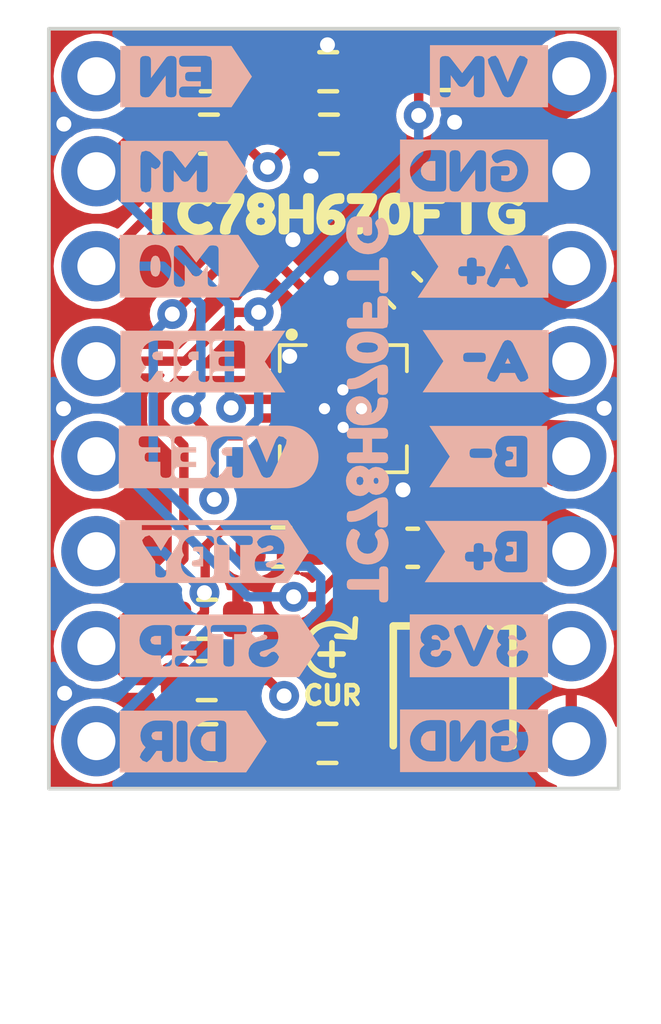
<source format=kicad_pcb>
(kicad_pcb (version 20221018) (generator pcbnew)
  (layers (0 "F.Cu" jumper) (1 "In1.Cu" signal) (2 "In2.Cu" signal) (31 "B.Cu" signal) (34 "B.Paste" user) (35 "F.Paste" user) (36 "B.SilkS" user "B.Silkscreen") (37 "F.SilkS" user "F.Silkscreen") (38 "B.Mask" user) (39 "F.Mask" user) (44 "Edge.Cuts" user))
  (net 0 "")
  (net 1 "DIR")
  (net 2 "MODE0")
  (net 3 "MODE1")
  (net 4 "STEP")
  (net 5 "VM")
  (net 6 "VREF")
  (net 7 "~{STBY}")
  (net 8 "3.3V")
  (net 9 "B-")
  (net 10 "B+")
  (net 11 "A+")
  (net 12 "A-")
  (net 13 "GND")
  (net 14 "ERR")
  (net 15 "EN")
  (net 16 "Net-(R1-Pad2)")
  (net 17 "Net-(U1-OSCM)")
  (footprint "SparkFun-Resistor:R_0603_1608Metric" (layer "F.Cu") (at 142.09 95.13 180)
    (fp_text reference "R2")
    (fp_text value "10k")
    (pad "1" smd roundrect (at -0.825 0 180) (size 0.8 0.95) (layers "F.Cu" "F.Paste" "F.Mask") (net 14 "ERR"))
    (pad "2" smd roundrect (at 0.825 0 180) (size 0.8 0.95) (layers "F.Cu" "F.Paste" "F.Mask") (net 15 "EN"))
  )
  (footprint "SparkFun-Capacitor:C_0603_1608Metric" (layer "F.Cu") (at 145.24 95.11)
    (fp_text reference "C3")
    (fp_text value "22nF")
    (pad "1" smd roundrect (at -0.775 0) (size 0.9 0.95) (layers "F.Cu" "F.Paste" "F.Mask") (net 14 "ERR"))
    (pad "2" smd roundrect (at 0.775 0) (size 0.9 0.95) (layers "F.Cu" "F.Paste" "F.Mask") (net 13 "GND"))
  )
  (footprint "SparkFun-Resistor:R_0603_1608Metric" (layer "F.Cu") (at 138.84 111.41 180)
    (fp_text reference "R5")
    (fp_text value "10k")
    (pad "1" smd roundrect (at -0.825 0 180) (size 0.8 0.95) (layers "F.Cu" "F.Paste" "F.Mask") (net 8 "3.3V"))
    (pad "2" smd roundrect (at 0.825 0 180) (size 0.8 0.95) (layers "F.Cu" "F.Paste" "F.Mask") (net 4 "STEP"))
  )
  (footprint "SparkFun-Capacitor:C_0603_1608Metric" (layer "F.Cu") (at 144.35 107.86)
    (fp_text reference "C1")
    (fp_text value "0.1uF")
    (pad "1" smd roundrect (at -0.775 0) (size 0.9 0.95) (layers "F.Cu" "F.Paste" "F.Mask") (net 6 "VREF"))
    (pad "2" smd roundrect (at 0.775 0) (size 0.9 0.95) (layers "F.Cu" "F.Paste" "F.Mask") (net 13 "GND"))
  )
  (footprint "SparkFun-Resistor:R_0603_1608Metric" (layer "F.Cu") (at 142.11 96.8)
    (fp_text reference "R7")
    (fp_text value "10k")
    (pad "1" smd roundrect (at -0.825 0) (size 0.8 0.95) (layers "F.Cu" "F.Paste" "F.Mask") (net 8 "3.3V"))
    (pad "2" smd roundrect (at 0.825 0) (size 0.8 0.95) (layers "F.Cu" "F.Paste" "F.Mask") (net 2 "MODE0"))
  )
  (footprint "SparkFun-Resistor:R_0603_1608Metric" (layer "F.Cu") (at 140.84 107.84 180)
    (fp_text reference "R3")
    (fp_text value "47k")
    (pad "1" smd roundrect (at -0.825 0 180) (size 0.8 0.95) (layers "F.Cu" "F.Paste" "F.Mask") (net 17 "Net-(U1-OSCM)"))
    (pad "2" smd roundrect (at 0.825 0 180) (size 0.8 0.95) (layers "F.Cu" "F.Paste" "F.Mask") (net 13 "GND"))
  )
  (footprint "SparkFun-Resistor:R_0603_1608Metric" (layer "F.Cu") (at 138.9 96.8 180)
    (fp_text reference "R6")
    (fp_text value "10k")
    (pad "1" smd roundrect (at -0.825 0 180) (size 0.8 0.95) (layers "F.Cu" "F.Paste" "F.Mask") (net 8 "3.3V"))
    (pad "2" smd roundrect (at 0.825 0 180) (size 0.8 0.95) (layers "F.Cu" "F.Paste" "F.Mask") (net 3 "MODE1"))
  )
  (footprint "SparkFun-Capacitor:C_0603_1608Metric" (layer "F.Cu") (at 144.110793 100.975018 -45)
    (fp_text reference "C2")
    (fp_text value "0.1uF")
    (pad "1" smd roundrect (at -0.775 0 315) (size 0.9 0.95) (layers "F.Cu" "F.Paste" "F.Mask") (net 5 "VM"))
    (pad "2" smd roundrect (at 0.775 0 315) (size 0.9 0.95) (layers "F.Cu" "F.Paste" "F.Mask") (net 13 "GND"))
  )
  (footprint "SparkFun-Resistor:R_0603_1608Metric" (layer "F.Cu") (at 138.85 109.77)
    (fp_text reference "R8")
    (fp_text value "10k")
    (pad "1" smd roundrect (at -0.825 0) (size 0.8 0.95) (layers "F.Cu" "F.Paste" "F.Mask") (net 7 "~{STBY}"))
    (pad "2" smd roundrect (at 0.825 0) (size 0.8 0.95) (layers "F.Cu" "F.Paste" "F.Mask") (net 13 "GND"))
  )
  (footprint "SparkFun-Resistor:TRIMPOT-SMD-3MM-CLOSED" (layer "F.Cu") (at 145.43 111.55)
    (fp_text reference "RV1")
    (fp_text value "10K")
    (pad "1" smd rect (at -0.85 1.65) (size 1 0.9) (layers "F.Cu" "F.Paste" "F.Mask") (net 16 "Net-(R1-Pad2)"))
    (pad "2" smd rect (at 0 -1.65) (size 1.1 0.9) (layers "F.Cu" "F.Paste" "F.Mask") (net 6 "VREF"))
    (pad "3" smd rect (at 0.85 1.65) (size 1 0.9) (layers "F.Cu" "F.Paste" "F.Mask") (net 13 "GND"))
  )
  (footprint "SparkFun-IC-Special-Function:P-VQFN16-0303-0.50-001" (layer "F.Cu") (at 141.744 102.64)
    (fp_text reference "U1")
    (fp_text value "~")
    (pad "1" smd roundrect (at 0 0) (size 0.255 0.85) (layers "F.Cu" "F.Mask") (net 1 "DIR"))
    (pad "2" smd roundrect (at 0.5 0) (size 0.255 0.85) (layers "F.Cu" "F.Mask") (net 13 "GND"))
    (pad "3" smd roundrect (at 1 0) (size 0.255 0.85) (layers "F.Cu" "F.Mask") (net 5 "VM"))
    (pad "4" smd roundrect (at 1.5 0) (size 0.255 0.85) (layers "F.Cu" "F.Mask") (net 13 "GND"))
    (pad "5" smd roundrect (at 2.25 0.75 90) (size 0.255 0.85) (layers "F.Cu" "F.Mask") (net 11 "A+"))
    (pad "6" smd roundrect (at 2.25 1.25 90) (size 0.255 0.85) (layers "F.Cu" "F.Mask") (net 12 "A-"))
    (pad "7" smd roundrect (at 2.25 1.75 90) (size 0.255 0.85) (layers "F.Cu" "F.Mask") (net 9 "B-"))
    (pad "8" smd roundrect (at 2.25 2.25 90) (size 0.255 0.85) (layers "F.Cu" "F.Mask") (net 10 "B+"))
    (pad "9" smd roundrect (at 1.5 3) (size 0.255 0.85) (layers "F.Cu" "F.Mask") (net 13 "GND"))
    (pad "10" smd roundrect (at 1 3) (size 0.255 0.85) (layers "F.Cu" "F.Mask") (net 6 "VREF"))
    (pad "11" smd roundrect (at 0.5 3) (size 0.255 0.85) (layers "F.Cu" "F.Mask") (net 17 "Net-(U1-OSCM)"))
    (pad "12" smd roundrect (at 0 3) (size 0.255 0.85) (layers "F.Cu" "F.Mask") (net 7 "~{STBY}"))
    (pad "13" smd roundrect (at -0.75 2.25 90) (size 0.255 0.85) (layers "F.Cu" "F.Mask") (net 14 "ERR"))
    (pad "14" smd roundrect (at -0.75 1.75 90) (size 0.255 0.85) (layers "F.Cu" "F.Mask") (net 2 "MODE0"))
    (pad "15" smd roundrect (at -0.75 1.25 90) (size 0.255 0.85) (layers "F.Cu" "F.Mask") (net 3 "MODE1"))
    (pad "16" smd roundrect (at -0.75 0.75 90) (size 0.255 0.85) (layers "F.Cu" "F.Mask") (net 4 "STEP"))
    (pad "17" smd roundrect (at 0.75 1.5 270) (size 1.64 1.64) (layers "F.Cu" "F.Mask") (roundrect_rratio 0) (chamfer_ratio 0.15) (chamfer top_left) (net 13 "GND"))
  )
  (footprint "SparkFun-Connector:1X08" (layer "F.Cu") (at 148.59 95.25 -90)
    (fp_text reference "J2")
    (fp_text value "Conn_01x08")
    (pad "1" thru_hole circle (at 0 0) (size 1.8796 1.8796) (drill 1.016) (layers "*.Cu" "*.Mask") (net 5 "VM"))
    (pad "2" thru_hole circle (at 2.54 0 315) (size 1.8796 1.8796) (drill 1.016) (layers "*.Cu" "*.Mask") (net 13 "GND"))
    (pad "3" thru_hole circle (at 5.08 0) (size 1.8796 1.8796) (drill 1.016) (layers "*.Cu" "*.Mask") (net 11 "A+"))
    (pad "4" thru_hole circle (at 7.62 0) (size 1.8796 1.8796) (drill 1.016) (layers "*.Cu" "*.Mask") (net 12 "A-"))
    (pad "5" thru_hole circle (at 10.16 0) (size 1.8796 1.8796) (drill 1.016) (layers "*.Cu" "*.Mask") (net 9 "B-"))
    (pad "6" thru_hole circle (at 12.7 0) (size 1.8796 1.8796) (drill 1.016) (layers "*.Cu" "*.Mask") (net 10 "B+"))
    (pad "7" thru_hole circle (at 15.24 0 315) (size 1.8796 1.8796) (drill 1.016) (layers "*.Cu" "*.Mask") (net 8 "3.3V"))
    (pad "8" thru_hole circle (at 17.78 0 315) (size 1.8796 1.8796) (drill 1.016) (layers "*.Cu" "*.Mask") (net 13 "GND"))
  )
  (footprint "SparkFun-Resistor:R_0603_1608Metric" (layer "F.Cu") (at 142.07 113.09)
    (fp_text reference "R1")
    (fp_text value "8.2k")
    (pad "1" smd roundrect (at -0.825 0) (size 0.8 0.95) (layers "F.Cu" "F.Paste" "F.Mask") (net 8 "3.3V"))
    (pad "2" smd roundrect (at 0.825 0) (size 0.8 0.95) (layers "F.Cu" "F.Paste" "F.Mask") (net 16 "Net-(R1-Pad2)"))
  )
  (footprint "SparkFun-Resistor:R_0603_1608Metric" (layer "F.Cu") (at 138.92 95.13 180)
    (fp_text reference "R9")
    (fp_text value "10k")
    (pad "1" smd roundrect (at -0.825 0 180) (size 0.8 0.95) (layers "F.Cu" "F.Paste" "F.Mask") (net 15 "EN"))
    (pad "2" smd roundrect (at 0.825 0 180) (size 0.8 0.95) (layers "F.Cu" "F.Paste" "F.Mask") (net 13 "GND"))
  )
  (footprint "SparkFun-Resistor:R_0603_1608Metric" (layer "F.Cu") (at 138.86 113.1 180)
    (fp_text reference "R4")
    (fp_text value "10k")
    (pad "1" smd roundrect (at -0.825 0 180) (size 0.8 0.95) (layers "F.Cu" "F.Paste" "F.Mask") (net 8 "3.3V"))
    (pad "2" smd roundrect (at 0.825 0 180) (size 0.8 0.95) (layers "F.Cu" "F.Paste" "F.Mask") (net 1 "DIR"))
  )
  (footprint "kibuzzard-65CFAE6E" (layer "F.Cu") (at 142.2 98.93)
    (fp_text reference "kibuzzard-65CFAE6E" hide)
    (fp_text value "G***" hide)
  )
  (footprint "SparkFun-Connector:1X08" (layer "F.Cu") (at 135.89 95.25 -90)
    (fp_text reference "J1")
    (fp_text value "Conn_01x08")
    (pad "1" thru_hole circle (at 0 0) (size 1.8796 1.8796) (drill 1.016) (layers "*.Cu" "*.Mask") (net 15 "EN"))
    (pad "2" thru_hole circle (at 2.54 0) (size 1.8796 1.8796) (drill 1.016) (layers "*.Cu" "*.Mask") (net 3 "MODE1"))
    (pad "3" thru_hole circle (at 5.08 0) (size 1.8796 1.8796) (drill 1.016) (layers "*.Cu" "*.Mask") (net 2 "MODE0"))
    (pad "4" thru_hole circle (at 7.62 0) (size 1.8796 1.8796) (drill 1.016) (layers "*.Cu" "*.Mask") (net 14 "ERR"))
    (pad "5" thru_hole circle (at 10.16 0) (size 1.8796 1.8796) (drill 1.016) (layers "*.Cu" "*.Mask") (net 6 "VREF"))
    (pad "6" thru_hole circle (at 12.7 0) (size 1.8796 1.8796) (drill 1.016) (layers "*.Cu" "*.Mask") (net 7 "~{STBY}"))
    (pad "7" thru_hole circle (at 15.24 0) (size 1.8796 1.8796) (drill 1.016) (layers "*.Cu" "*.Mask") (net 4 "STEP"))
    (pad "8" thru_hole circle (at 17.78 0) (size 1.8796 1.8796) (drill 1.016) (layers "*.Cu" "*.Mask") (net 1 "DIR"))
  )
  (footprint "kibuzzard-65CFAB5A" (layer "B.Cu") (at 146.3 102.87 180)
    (fp_text reference "kibuzzard-65CFAB5A" hide)
    (fp_text value "G***" hide)
  )
  (footprint "kibuzzard-65CFAC13" (layer "B.Cu") (at 138.29 95.26 180)
    (fp_text reference "kibuzzard-65CFAC13" hide)
    (fp_text value "G***" hide)
  )
  (footprint "kibuzzard-65CFAD2C" (layer "B.Cu") (at 139.04 107.96 180)
    (fp_text reference "kibuzzard-65CFAD2C" hide)
    (fp_text value "G***" hide)
  )
  (footprint "kibuzzard-65CFAD5D" (layer "B.Cu") (at 139.19 110.48 180)
    (fp_text reference "kibuzzard-65CFAD5D" hide)
    (fp_text value "G***" hide)
  )
  (footprint "kibuzzard-65CFAB85" (layer "B.Cu") (at 146.31 107.96 180)
    (fp_text reference "kibuzzard-65CFAB85" hide)
    (fp_text value "G***" hide)
  )
  (footprint "kibuzzard-65CFAAF8" (layer "B.Cu") (at 146.12 110.48 180)
    (fp_text reference "kibuzzard-65CFAAF8" hide)
    (fp_text value "G***" hide)
  )
  (footprint "kibuzzard-65CFAA33" (layer "B.Cu") (at 145.99 113.02 180)
    (fp_text reference "kibuzzard-65CFAA33" hide)
    (fp_text value "G***" hide)
  )
  (footprint "kibuzzard-65CFAC2F" (layer "B.Cu") (at 138.24 97.8 180)
    (fp_text reference "kibuzzard-65CFAC2F" hide)
    (fp_text value "G***" hide)
  )
  (footprint "kibuzzard-65CFAC42" (layer "B.Cu") (at 138.38 100.33 180)
    (fp_text reference "kibuzzard-65CFAC42" hide)
    (fp_text value "G***" hide)
  )
  (footprint "kibuzzard-65CFAC9C" (layer "B.Cu") (at 139.16 105.43 180)
    (fp_text reference "kibuzzard-65CFAC9C" hide)
    (fp_text value "G***" hide)
  )
  (footprint "kibuzzard-65CFAE6E" (layer "B.Cu") (at 143.14 104.16 90)
    (fp_text reference "kibuzzard-65CFAE6E" hide)
    (fp_text value "G***" hide)
  )
  (footprint "kibuzzard-65CFAA33" (layer "B.Cu") (at 145.99 97.78 180)
    (fp_text reference "kibuzzard-65CFAA33" hide)
    (fp_text value "G***" hide)
  )
  (footprint "kibuzzard-65CFAA22" (layer "B.Cu") (at 146.39 95.25 180)
    (fp_text reference "kibuzzard-65CFAA22" hide)
    (fp_text value "G***" hide)
  )
  (footprint "kibuzzard-65CFAE3D" (layer "B.Cu") (at 146.23 100.34 180)
    (fp_text reference "kibuzzard-65CFAE3D" hide)
    (fp_text value "G***" hide)
  )
  (footprint "kibuzzard-65CFAC5D" (layer "B.Cu") (at 138.74 102.88 180)
    (fp_text reference "kibuzzard-65CFAC5D" hide)
    (fp_text value "G***" hide)
  )
  (footprint "kibuzzard-65CFAB77" (layer "B.Cu") (at 146.37 105.42 180)
    (fp_text reference "kibuzzard-65CFAB77" hide)
    (fp_text value "G***" hide)
  )
  (footprint "kibuzzard-65CFAD73" (layer "B.Cu") (at 138.48 113.04 180)
    (fp_text reference "kibuzzard-65CFAD73" hide)
    (fp_text value "G***" hide)
  )
  (gr_line (start 141.87 110.7) (end 142.49 110.7) (stroke (width 0.15)) (layer "F.SilkS"))
  (gr_arc (start 142.24 111.269999) (mid 141.570143 110.251713) (end 142.789 110.250125) (stroke (width 0.15)) (layer "F.SilkS"))
  (gr_line (start 142.19 111.01) (end 142.19 110.4) (stroke (width 0.15)) (layer "F.SilkS"))
  (gr_line (start 142.789 110.250125) (end 142.32 110.22) (stroke (width 0.15)) (layer "F.SilkS"))
  (gr_line (start 142.789 110.250125) (end 142.82 109.76) (stroke (width 0.15)) (layer "F.SilkS"))
  (gr_rect (start 134.62 93.98) (end 149.86 114.3) (stroke (width 0.1)) (fill none) (layer "Edge.Cuts"))
  (gr_text "CUR" (at 141.36 112.1) (layer "F.SilkS") (effects (font (size 0.5 0.5) (thickness 0.125) bold) (justify left bottom)))
  (segment (start 137.92 101.61) (end 139.33 100.2) (width 0.25) (layer "F.Cu") (net 1))
  (segment (start 141.744 101.244) (end 141.744 102.64) (width 0.25) (layer "F.Cu") (net 1))
  (segment (start 137.965 113.03) (end 138.035 113.1) (width 0.25) (layer "F.Cu") (net 1))
  (segment (start 139.33 100.2) (end 140.7 100.2) (width 0.25) (layer "F.Cu") (net 1))
  (segment (start 140.7 100.2) (end 141.744 101.244) (width 0.25) (layer "F.Cu") (net 1))
  (segment (start 135.89 113.03) (end 137.965 113.03) (width 0.25) (layer "F.Cu") (net 1))
  (via (at 137.92 101.61) (size 0.8) (drill 0.4) (layers "F.Cu" "B.Cu") (net 1))
  (segment (start 141.57 108.35) (end 141.89 108.67) (width 0.25) (layer "B.Cu") (net 1))
  (segment (start 138.94 109.98) (end 135.89 113.03) (width 0.25) (layer "B.Cu") (net 1))
  (segment (start 141.89 109.48) (end 141.39 109.98) (width 0.25) (layer "B.Cu") (net 1))
  (segment (start 137.92 101.61) (end 137.41 102.12) (width 0.25) (layer "B.Cu") (net 1))
  (segment (start 141.39 109.98) (end 138.94 109.98) (width 0.25) (layer "B.Cu") (net 1))
  (segment (start 137.41 105.96) (end 139.8 108.35) (width 0.25) (layer "B.Cu") (net 1))
  (segment (start 139.8 108.35) (end 141.57 108.35) (width 0.25) (layer "B.Cu") (net 1))
  (segment (start 137.41 102.12) (end 137.41 105.96) (width 0.25) (layer "B.Cu") (net 1))
  (segment (start 141.89 108.67) (end 141.89 109.48) (width 0.25) (layer "B.Cu") (net 1))
  (segment (start 139.769552 104.865) (end 140.244552 104.39) (width 0.25) (layer "F.Cu") (net 2))
  (segment (start 142.935 96.8) (end 142.935 97.655) (width 0.25) (layer "F.Cu") (net 2))
  (segment (start 141.76 98.83) (end 137.43 98.83) (width 0.25) (layer "F.Cu") (net 2))
  (segment (start 140.244552 104.39) (end 140.994 104.39) (width 0.25) (layer "F.Cu") (net 2))
  (segment (start 138.995 104.865) (end 139.769552 104.865) (width 0.25) (layer "F.Cu") (net 2))
  (segment (start 142.935 97.655) (end 141.76 98.83) (width 0.25) (layer "F.Cu") (net 2))
  (segment (start 137.43 98.83) (end 135.93 100.33) (width 0.25) (layer "F.Cu") (net 2))
  (segment (start 135.93 100.33) (end 135.89 100.33) (width 0.25) (layer "F.Cu") (net 2))
  (segment (start 138.297653 104.167653) (end 138.995 104.865) (width 0.25) (layer "F.Cu") (net 2))
  (via (at 138.297653 104.167653) (size 0.8) (drill 0.4) (layers "F.Cu" "B.Cu") (net 2))
  (segment (start 138.684 103.781306) (end 138.684 101.346) (width 0.25) (layer "B.Cu") (net 2))
  (segment (start 138.297653 104.167653) (end 138.684 103.781306) (width 0.25) (layer "B.Cu") (net 2))
  (segment (start 138.684 101.346) (end 137.668 100.33) (width 0.25) (layer "B.Cu") (net 2))
  (segment (start 137.668 100.33) (end 135.89 100.33) (width 0.25) (layer "B.Cu") (net 2))
  (segment (start 136.88 96.8) (end 135.89 97.79) (width 0.25) (layer "F.Cu") (net 3))
  (segment (start 138.075 96.8) (end 136.88 96.8) (width 0.25) (layer "F.Cu") (net 3))
  (segment (start 139.492161 104.117086) (end 139.719247 103.89) (width 0.25) (layer "F.Cu") (net 3))
  (segment (start 139.719247 103.89) (end 140.994 103.89) (width 0.25) (layer "F.Cu") (net 3))
  (via (at 139.492161 104.117086) (size 0.8) (drill 0.4) (layers "F.Cu" "B.Cu") (net 3))
  (segment (start 139.492161 104.117086) (end 139.446 104.070925) (width 0.25) (layer "B.Cu") (net 3))
  (segment (start 139.446 104.070925) (end 139.446 101.356) (width 0.25) (layer "B.Cu") (net 3))
  (segment (start 135.89 97.8) (end 135.89 97.79) (width 0.25) (layer "B.Cu") (net 3))
  (segment (start 139.446 101.356) (end 135.89 97.8) (width 0.25) (layer "B.Cu") (net 3))
  (segment (start 138.23 105.125305) (end 137.572653 104.467958) (width 0.25) (layer "F.Cu") (net 4))
  (segment (start 135.89 110.49) (end 136.81 111.41) (width 0.25) (layer "F.Cu") (net 4))
  (segment (start 136.81 111.41) (end 138.015 111.41) (width 0.25) (layer "F.Cu") (net 4))
  (segment (start 137.572653 103.867347) (end 138.05 103.39) (width 0.25) (layer "F.Cu") (net 4))
  (segment (start 138.23 108.15) (end 138.23 105.125305) (width 0.25) (layer "F.Cu") (net 4))
  (segment (start 135.89 110.49) (end 138.23 108.15) (width 0.25) (layer "F.Cu") (net 4))
  (segment (start 137.572653 104.467958) (end 137.572653 103.867347) (width 0.25) (layer "F.Cu") (net 4))
  (segment (start 138.05 103.39) (end 140.994 103.39) (width 0.25) (layer "F.Cu") (net 4))
  (segment (start 143.575 108.045) (end 145.43 109.9) (width 0.25) (layer "F.Cu") (net 6))
  (segment (start 141.165 109.17) (end 141.773411 109.17) (width 0.25) (layer "F.Cu") (net 6))
  (segment (start 141.773411 109.17) (end 142.744 108.199411) (width 0.25) (layer "F.Cu") (net 6))
  (segment (start 142.744 108.199411) (end 142.744 107.86) (width 0.25) (layer "F.Cu") (net 6))
  (segment (start 143.575 107.855) (end 143.575 107.86) (width 0.25) (layer "F.Cu") (net 6))
  (segment (start 142.744 105.64) (end 142.744 107.86) (width 0.25) (layer "F.Cu") (net 6))
  (segment (start 143.575 107.86) (end 142.744 107.86) (width 0.25) (layer "F.Cu") (net 6))
  (segment (start 143.575 107.86) (end 143.575 108.045) (width 0.25) (layer "F.Cu") (net 6))
  (via (at 141.165 109.17) (size 0.8) (drill 0.4) (layers "F.Cu" "B.Cu") (net 6))
  (segment (start 136.19 105.41) (end 135.89 105.41) (width 0.25) (layer "B.Cu") (net 6))
  (segment (start 139.95 109.17) (end 136.19 105.41) (width 0.25) (layer "B.Cu") (net 6))
  (segment (start 141.165 109.17) (end 139.95 109.17) (width 0.25) (layer "B.Cu") (net 6))
  (segment (start 139.651995 106.98) (end 141.13 106.98) (width 0.25) (layer "F.Cu") (net 7))
  (segment (start 138.59 109.77) (end 138.025 109.77) (width 0.25) (layer "F.Cu") (net 7))
  (segment (start 138.78 109.06) (end 138.8 109.04) (width 0.25) (layer "F.Cu") (net 7))
  (segment (start 141.13 106.98) (end 141.744 106.366) (width 0.25) (layer "F.Cu") (net 7))
  (segment (start 138.8 107.831995) (end 139.651995 106.98) (width 0.25) (layer "F.Cu") (net 7))
  (segment (start 141.744 106.366) (end 141.744 105.64) (width 0.25) (layer "F.Cu") (net 7))
  (segment (start 138.8 109.04) (end 138.8 107.831995) (width 0.25) (layer "F.Cu") (net 7))
  (segment (start 138.78 109.06) (end 138.78 109.58) (width 0.25) (layer "F.Cu") (net 7))
  (segment (start 138.78 109.58) (end 138.59 109.77) (width 0.25) (layer "F.Cu") (net 7))
  (via (at 138.78 109.06) (size 0.8) (drill 0.4) (layers "F.Cu" "B.Cu") (net 7))
  (segment (start 137.67 107.95) (end 135.89 107.95) (width 0.25) (layer "B.Cu") (net 7))
  (segment (start 138.78 109.06) (end 137.67 107.95) (width 0.25) (layer "B.Cu") (net 7))
  (segment (start 141.285 96.8) (end 141.285 96.865) (width 0.25) (layer "F.Cu") (net 8))
  (segment (start 141.235 113.1) (end 141.245 113.09) (width 0.25) (layer "F.Cu") (net 8))
  (segment (start 139.735 96.81) (end 139.725 96.8) (width 0.25) (layer "F.Cu") (net 8))
  (segment (start 141.285 96.865) (end 140.47 97.68) (width 0.25) (layer "F.Cu") (net 8))
  (segment (start 140.5 111.41) (end 139.665 111.41) (width 0.25) (layer "F.Cu") (net 8))
  (segment (start 139.685 113.1) (end 141.235 113.1) (width 0.25) (layer "F.Cu") (net 8))
  (segment (start 140.47 97.68) (end 139.735 96.945) (width 0.25) (layer "F.Cu") (net 8))
  (segment (start 140.91 111.82) (end 140.5 111.41) (width 0.25) (layer "F.Cu") (net 8))
  (segment (start 139.735 96.945) (end 139.735 96.81) (width 0.25) (layer "F.Cu") (net 8))
  (segment (start 139.685 113.1) (end 139.685 111.43) (width 0.25) (layer "F.Cu") (net 8))
  (segment (start 139.685 111.43) (end 139.665 111.41) (width 0.25) (layer "F.Cu") (net 8))
  (via (at 140.91 111.82) (size 0.8) (drill 0.4) (layers "F.Cu" "B.Cu") (net 8))
  (via (at 140.47 97.68) (size 0.8) (drill 0.4) (layers "F.Cu" "B.Cu") (net 8))
  (via (at 145.47 96.48) (size 0.8) (drill 0.4) (layers "F.Cu" "B.Cu") (net 13))
  (via (at 141.1465 99.621194) (size 0.8) (drill 0.4) (layers "F.Cu" "B.Cu") (net 13))
  (via (at 135.02 96.53) (size 0.8) (drill 0.4) (layers "F.Cu" "B.Cu") (net 13))
  (via (at 149.47 104.13) (size 0.8) (drill 0.4) (layers "F.Cu" "B.Cu") (net 13))
  (via (at 141.99 104.14) (size 0.6) (drill 0.3) (layers "F.Cu" "B.Cu") (net 13))
  (via (at 142.07 94.41) (size 0.8) (drill 0.4) (layers "F.Cu" "B.Cu") (net 13))
  (via (at 142.49 104.64) (size 0.6) (drill 0.3) (layers "F.Cu" "B.Cu") (net 13))
  (via (at 135.04 111.75) (size 0.8) (drill 0.4) (layers "F.Cu" "B.Cu") (net 13))
  (via (at 144.09 106.31) (size 0.8) (drill 0.4) (layers "F.Cu" "B.Cu") (net 13))
  (via (at 142.482054 103.635722) (size 0.6) (drill 0.3) (layers "F.Cu" "B.Cu") (net 13))
  (via (at 141.06 102.74) (size 0.8) (drill 0.4) (layers "F.Cu" "B.Cu") (net 13))
  (via (at 141.63 97.92) (size 0.8) (drill 0.4) (layers "F.Cu" "B.Cu") (net 13))
  (via (at 142.98 104.14) (size 0.6) (drill 0.3) (layers "F.Cu" "B.Cu") (net 13))
  (via (at 142.171806 100.6465) (size 0.8) (drill 0.4) (layers "F.Cu" "B.Cu") (net 13))
  (via (at 135.01 104.14) (size 0.8) (drill 0.4) (layers "F.Cu" "B.Cu") (net 13))
  (segment (start 138.26 102.87) (end 139.18 101.95) (width 0.25) (layer "F.Cu") (net 14))
  (segment (start 139.18 101.95) (end 139.567 101.563) (width 0.25) (layer "F.Cu") (net 14))
  (segment (start 139.567 101.563) (end 140.23 101.563) (width 0.25) (layer "F.Cu") (net 14))
  (segment (start 139.040709 106.249291) (end 140.4 104.89) (width 0.25) (layer "F.Cu") (net 14))
  (segment (start 144.445 95.13) (end 144.465 95.11) (width 0.25) (layer "F.Cu") (net 14))
  (segment (start 144.51 96.3) (end 144.51 95.155) (width 0.25) (layer "F.Cu") (net 14))
  (segment (start 135.89 102.87) (end 138.26 102.87) (width 0.25) (layer "F.Cu") (net 14))
  (segment (start 139.040709 106.565981) (end 139.040709 106.249291) (width 0.25) (layer "F.Cu") (net 14))
  (segment (start 144.51 95.155) (end 144.465 95.11) (width 0.25) (layer "F.Cu") (net 14))
  (segment (start 140.4 104.89) (end 140.994 104.89) (width 0.25) (layer "F.Cu") (net 14))
  (segment (start 142.915 95.13) (end 144.445 95.13) (width 0.25) (layer "F.Cu") (net 14))
  (via (at 140.23 101.563) (size 0.8) (drill 0.4) (layers "F.Cu" "B.Cu") (net 14))
  (via (at 144.51 96.3) (size 0.8) (drill 0.4) (layers "F.Cu" "B.Cu") (net 14))
  (via (at 139.040709 106.565981) (size 0.8) (drill 0.4) (layers "F.Cu" "B.Cu") (net 14))
  (segment (start 139.040709 105.169291) (end 139.367914 104.842086) (width 0.25) (layer "B.Cu") (net 14))
  (segment (start 144.51 97.283) (end 140.23 101.563) (width 0.25) (layer "B.Cu") (net 14))
  (segment (start 139.792466 104.842086) (end 140.23 104.404552) (width 0.25) (layer "B.Cu") (net 14))
  (segment (start 140.23 104.404552) (end 140.23 101.563) (width 0.25) (layer "B.Cu") (net 14))
  (segment (start 139.040709 106.565981) (end 139.040709 105.169291) (width 0.25) (layer "B.Cu") (net 14))
  (segment (start 144.51 96.3) (end 144.51 97.283) (width 0.25) (layer "B.Cu") (net 14))
  (segment (start 139.367914 104.842086) (end 139.792466 104.842086) (width 0.25) (layer "B.Cu") (net 14))
  (segment (start 139.745 95.13) (end 138.915 95.96) (width 0.25) (layer "F.Cu") (net 15))
  (segment (start 139.745 95.13) (end 141.265 95.13) (width 0.25) (layer "F.Cu") (net 15))
  (segment (start 138.915 95.96) (end 137.701996 95.96) (width 0.25) (layer "F.Cu") (net 15))
  (segment (start 137.701996 95.96) (end 136.991996 95.25) (width 0.25) (layer "F.Cu") (net 15))
  (segment (start 136.991996 95.25) (end 135.89 95.25) (width 0.25) (layer "F.Cu") (net 15))
  (segment (start 144.58 113.2) (end 143.005 113.2) (width 0.25) (layer "F.Cu") (net 16))
  (segment (start 143.005 113.2) (end 142.895 113.09) (width 0.25) (layer "F.Cu") (net 16))
  (segment (start 142.244 107.261) (end 141.665 107.84) (width 0.25) (layer "F.Cu") (net 17))
  (segment (start 142.244 105.64) (end 142.244 107.261) (width 0.25) (layer "F.Cu") (net 17))
  (zone (net 13) (net_name "GND") (layer "F.Cu") (name "GND") (priority 1) (connect_pads (clearance 0.1)) (min_thickness 0.1) (fill yes (thermal_gap 0.3) (thermal_bridge_width 0.3))
    (polygon (pts (xy 134.62 114.3) (xy 134.62 93.98) (xy 149.86 93.98) (xy 149.86 114.3)))
  )
  (zone (net 13) (net_name "GND") (layer "F.Cu") (name "A+") (priority 3) (connect_pads yes (clearance 0.2)) (min_thickness 0.25) (fill yes (thermal_gap 0.5) (thermal_bridge_width 0.5))
    (polygon (pts (xy 144.36 103.07) (xy 143.11 103.07) (xy 143.11 102.21) (xy 147.89 97.02) (xy 149.27 98.59) (xy 147.99 99.17)))
  )
  (zone (net 13) (net_name "GND") (layer "F.Cu") (name "GND") (priority 1) (connect_pads yes (clearance 0.1)) (min_thickness 0.1) (fill yes (thermal_gap 0.5) (thermal_bridge_width 0.5))
    (polygon (pts (xy 145.034 106.68) (xy 145.034 101.6) (xy 140.208 101.6) (xy 140.208 106.68)))
  )
  (zone (net 5) (net_name "VM") (layer "F.Cu") (name "VM") (priority 3) (connect_pads yes (clearance 0.1)) (min_thickness 0.1) (fill yes (thermal_gap 0.5) (thermal_bridge_width 0.5))
    (polygon (pts (xy 142.88 102.22) (xy 142.88 103.07) (xy 142.61 103.07) (xy 142.6 100.47) (xy 147.98 94.54) (xy 149.15 96) (xy 147.66 96.85)))
  )
  (zone (net 9) (net_name "B-") (layer "F.Cu") (name "A+") (priority 3) (connect_pads yes (clearance 0.2)) (min_thickness 0.25) (fill yes (thermal_gap 0.5) (thermal_bridge_width 0.5))
    (polygon (pts (xy 144.41 104.26) (xy 143.56 104.26) (xy 143.56 104.52) (xy 144.41 104.52) (xy 148.19 106.27) (xy 148.67 104.47)))
  )
  (zone (net 10) (net_name "B+") (layer "F.Cu") (name "A+") (priority 3) (connect_pads yes (clearance 0.2)) (min_thickness 0.25) (fill yes (thermal_gap 0.5) (thermal_bridge_width 0.5))
    (polygon (pts (xy 144.42 104.76) (xy 143.56 104.76) (xy 143.56 105.02) (xy 144.42 105.02) (xy 147.96 108.65) (xy 148.94 107.08)))
  )
  (zone (net 12) (net_name "A-") (layer "F.Cu") (name "A+") (priority 3) (connect_pads yes (clearance 0.2)) (min_thickness 0.25) (fill yes (thermal_gap 0.5) (thermal_bridge_width 0.5))
    (polygon (pts (xy 144.39 103.76) (xy 148.21 102.01) (xy 148.69 103.81) (xy 144.38 104.02) (xy 143.57 104.02) (xy 143.57 103.76)))
  )
  (zone (net 11) (net_name "A+") (layer "F.Cu") (name "A+") (priority 3) (connect_pads yes (clearance 0.2)) (min_thickness 0.1) (fill yes (thermal_gap 0.5) (thermal_bridge_width 0.5))
    (polygon (pts (xy 144.4 103.26) (xy 143.56 103.26) (xy 143.56 103.52) (xy 144.4 103.52) (xy 148.96 101.19) (xy 148 99.6)))
  )
  (zone (net 13) (net_name "GND") (layer "B.Cu") (priority 2) (connect_pads (clearance 0.1)) (min_thickness 0.25) (fill yes (thermal_gap 0.5) (thermal_bridge_width 0.5))
    (polygon (pts (xy 134.62 93.98) (xy 134.62 114.3) (xy 149.86 114.3) (xy 149.86 93.98)))
  )
)
</source>
